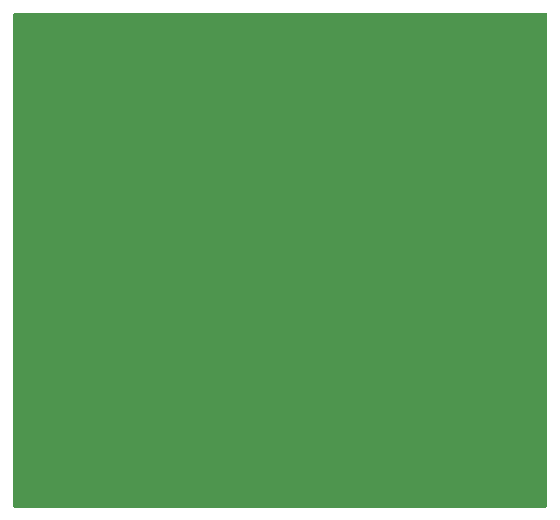
<source format=gbr>
%TF.GenerationSoftware,KiCad,Pcbnew,8.0.8*%
%TF.CreationDate,2025-07-28T08:27:41+12:00*%
%TF.ProjectId,esf8grid,65736638-6772-4696-942e-6b696361645f,rev?*%
%TF.SameCoordinates,Original*%
%TF.FileFunction,Copper,L3,Inr*%
%TF.FilePolarity,Positive*%
%FSLAX46Y46*%
G04 Gerber Fmt 4.6, Leading zero omitted, Abs format (unit mm)*
G04 Created by KiCad (PCBNEW 8.0.8) date 2025-07-28 08:27:41*
%MOMM*%
%LPD*%
G01*
G04 APERTURE LIST*
G04 APERTURE END LIST*
%TA.AperFunction,NonConductor*%
G36*
X146480639Y-40339685D02*
G01*
X146526394Y-40392489D01*
X146537600Y-40444000D01*
X146537600Y-82106000D01*
X146517915Y-82173039D01*
X146465111Y-82218794D01*
X146413600Y-82230000D01*
X101491570Y-82230000D01*
X101424531Y-82210315D01*
X101378776Y-82157511D01*
X101367570Y-82106030D01*
X101357634Y-40444030D01*
X101377303Y-40376985D01*
X101430096Y-40331218D01*
X101481634Y-40320000D01*
X146413600Y-40320000D01*
X146480639Y-40339685D01*
G37*
%TD.AperFunction*%
M02*

</source>
